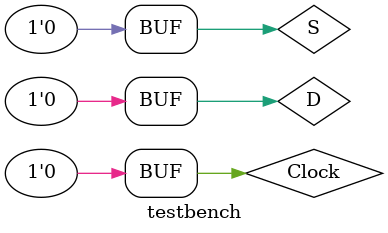
<source format=v>
`timescale 1ns / 1ps


module testbench(

    );
    reg Clock,D,S;
    wire Qa,Qb,Qc,Qd;
    
    D_latch_behavior DUT1 (.D(D), .Enable(Clock), .Q(Qa), .Qbar());
    D_ff_posedge_behavior DUT2 (.D(D), .Clk(Clock), .Q(Qb)); 
    D_ff_negedge_behavior DUT3 (.D(D), .Clk(Clock), .Q(Qc)); 
	SR_latch_dataflow DUT4 (.R(D),.S(S),.Q(Qd),.Qbar());
	
	initial
	begin
		Clock=0;D=0;S=0;
		#6 D=1;
		#2 Clock=1;
		#2 D=0;
		#2 D=1;
		#1 S=1;
		#2 D=0;
		#3 Clock=0;
		#2 D=1;
		#3 D=0;S=0;
		#1 D=1;
		#2 D=0;
		#1 Clock=1;
		#2 D=1;
		#1 D=0;
		#2 D=1;
		#1 S=1;
		#3 Clock=0;
		#2 D=0;
		#8 S=0;
	end
endmodule

</source>
